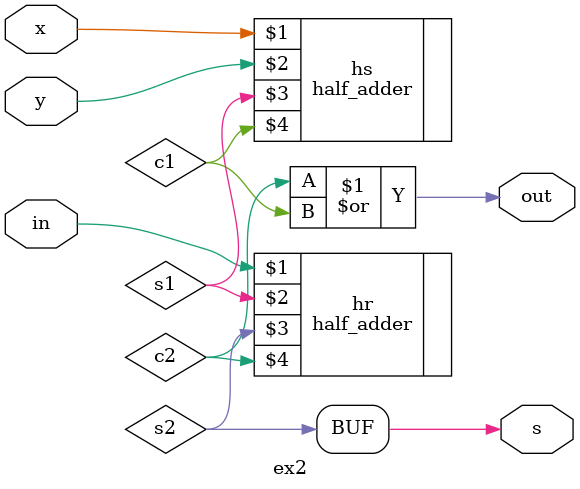
<source format=v>
module ex2
(
input x,
input y,
input in,

output s,
output out
);

wire s1, c1, s2, c2;
half_adder hs(x, y, s1, c1);
half_adder hr(in, s1, s2, c2);
assign s = s2;
assign out = c2 | c1;
endmodule
</source>
